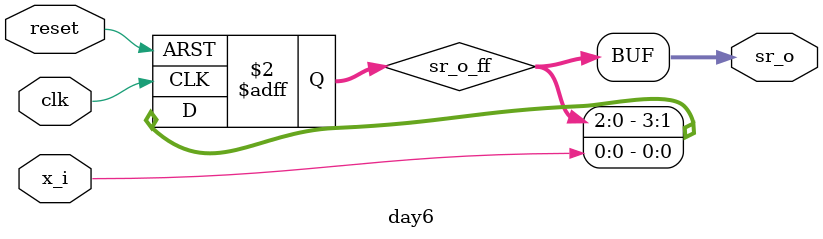
<source format=sv>
module day6(
input     wire        clk,
input     wire        reset,
input     wire        x_i,

output    wire[3:0]   sr_o 
);

logic [3:0]sr_o_ff;
always_ff@(posedge clk or posedge reset)
begin
if(reset)
begin
	sr_o_ff = 0;
end
else
begin
	sr_o_ff[3:0] = {sr_o_ff[2:0],x_i};
end
end
assign sr_o = sr_o_ff;


endmodule
</source>
